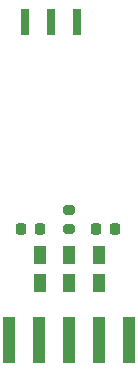
<source format=gbr>
%TF.GenerationSoftware,KiCad,Pcbnew,(6.0.8-1)-1*%
%TF.CreationDate,2022-10-04T12:57:59-04:00*%
%TF.ProjectId,SWD_pogoadapter,5357445f-706f-4676-9f61-646170746572,rev?*%
%TF.SameCoordinates,Original*%
%TF.FileFunction,Soldermask,Top*%
%TF.FilePolarity,Negative*%
%FSLAX46Y46*%
G04 Gerber Fmt 4.6, Leading zero omitted, Abs format (unit mm)*
G04 Created by KiCad (PCBNEW (6.0.8-1)-1) date 2022-10-04 12:57:59*
%MOMM*%
%LPD*%
G01*
G04 APERTURE LIST*
G04 Aperture macros list*
%AMRoundRect*
0 Rectangle with rounded corners*
0 $1 Rounding radius*
0 $2 $3 $4 $5 $6 $7 $8 $9 X,Y pos of 4 corners*
0 Add a 4 corners polygon primitive as box body*
4,1,4,$2,$3,$4,$5,$6,$7,$8,$9,$2,$3,0*
0 Add four circle primitives for the rounded corners*
1,1,$1+$1,$2,$3*
1,1,$1+$1,$4,$5*
1,1,$1+$1,$6,$7*
1,1,$1+$1,$8,$9*
0 Add four rect primitives between the rounded corners*
20,1,$1+$1,$2,$3,$4,$5,0*
20,1,$1+$1,$4,$5,$6,$7,0*
20,1,$1+$1,$6,$7,$8,$9,0*
20,1,$1+$1,$8,$9,$2,$3,0*%
G04 Aperture macros list end*
%ADD10RoundRect,0.218750X-0.218750X-0.256250X0.218750X-0.256250X0.218750X0.256250X-0.218750X0.256250X0*%
%ADD11R,0.700000X2.200000*%
%ADD12RoundRect,0.218750X0.218750X0.256250X-0.218750X0.256250X-0.218750X-0.256250X0.218750X-0.256250X0*%
%ADD13R,1.000000X1.600000*%
%ADD14R,1.000000X4.000000*%
%ADD15RoundRect,0.200000X0.275000X-0.200000X0.275000X0.200000X-0.275000X0.200000X-0.275000X-0.200000X0*%
G04 APERTURE END LIST*
D10*
%TO.C,D1*%
X150215500Y-98489000D03*
X151790500Y-98489000D03*
%TD*%
D11*
%TO.C,J2*%
X144185000Y-80945000D03*
X146385000Y-80945000D03*
X148585000Y-80945000D03*
%TD*%
D12*
%TO.C,D2*%
X145440500Y-98489000D03*
X143865500Y-98489000D03*
%TD*%
D13*
%TO.C,SW1*%
X145455000Y-103120000D03*
X147955000Y-103120000D03*
X150455000Y-103120000D03*
X145455000Y-100720000D03*
X147955000Y-100720000D03*
X150455000Y-100720000D03*
%TD*%
D14*
%TO.C,J1*%
X142873000Y-107952000D03*
X145413000Y-107952000D03*
X147953000Y-107952000D03*
X150493000Y-107952000D03*
X153033000Y-107952000D03*
%TD*%
D15*
%TO.C,R1*%
X147955000Y-98552000D03*
X147955000Y-96902000D03*
%TD*%
M02*

</source>
